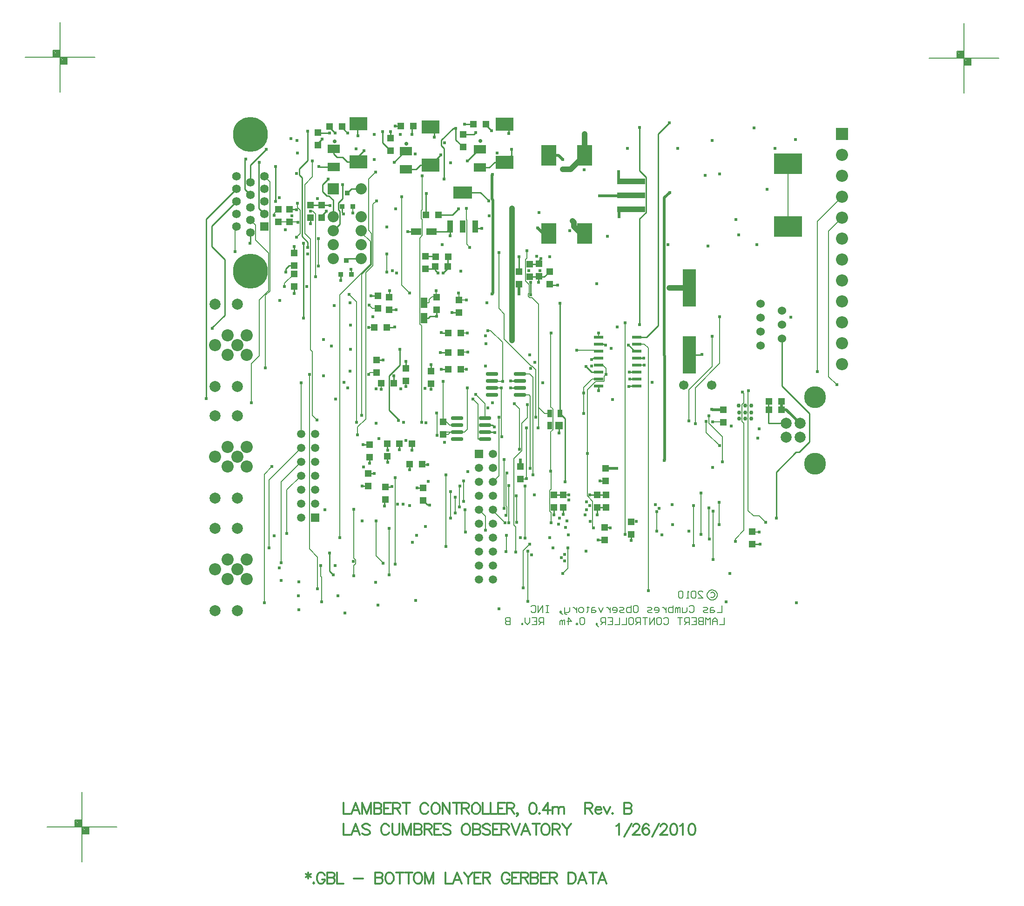
<source format=gbl>
%FSLAX23Y23*%
%MOIN*%
G70*
G01*
G75*
G04 Layer_Physical_Order=6*
G04 Layer_Color=16711680*
%ADD10R,0.070X0.135*%
%ADD11R,0.067X0.014*%
%ADD12R,0.050X0.015*%
%ADD13R,0.039X0.059*%
%ADD14R,0.050X0.050*%
%ADD15R,0.035X0.053*%
%ADD16R,0.053X0.053*%
%ADD17R,0.050X0.050*%
%ADD18O,0.087X0.024*%
%ADD19R,0.135X0.070*%
%ADD20R,0.030X0.125*%
%ADD21R,0.078X0.048*%
%ADD22R,0.067X0.040*%
%ADD23R,0.037X0.035*%
%ADD24R,0.037X0.035*%
%ADD25R,0.065X0.012*%
%ADD26R,0.065X0.024*%
%ADD27R,0.075X0.063*%
%ADD28R,0.063X0.106*%
%ADD29R,0.150X0.110*%
%ADD30O,0.028X0.018*%
%ADD31R,0.067X0.067*%
%ADD32R,0.125X0.170*%
%ADD33R,0.110X0.030*%
%ADD34O,0.083X0.012*%
%ADD35O,0.012X0.083*%
%ADD36R,0.138X0.085*%
%ADD37R,0.043X0.085*%
%ADD38R,0.043X0.085*%
%ADD39R,0.047X0.055*%
%ADD40O,0.012X0.071*%
%ADD41O,0.071X0.012*%
%ADD42R,0.075X0.059*%
%ADD43R,0.017X0.017*%
%ADD44R,0.134X0.134*%
%ADD45O,0.010X0.035*%
%ADD46O,0.035X0.010*%
%ADD47C,0.010*%
%ADD48C,0.040*%
%ADD49C,0.075*%
%ADD50C,0.005*%
%ADD51C,0.020*%
%ADD52C,0.012*%
%ADD53C,0.008*%
%ADD54C,0.012*%
%ADD55C,0.012*%
%ADD56C,0.080*%
%ADD57R,0.080X0.080*%
%ADD58C,0.067*%
%ADD59C,0.060*%
%ADD60C,0.020*%
%ADD61C,0.059*%
%ADD62R,0.059X0.059*%
%ADD63C,0.157*%
%ADD64C,0.079*%
%ADD65C,0.087*%
%ADD66R,0.087X0.087*%
%ADD67C,0.250*%
%ADD68R,0.062X0.062*%
%ADD69C,0.062*%
%ADD70C,0.030*%
%ADD71C,0.024*%
%ADD72C,0.028*%
G04:AMPARAMS|DCode=73|XSize=100mil|YSize=100mil|CornerRadius=0mil|HoleSize=0mil|Usage=FLASHONLY|Rotation=0.000|XOffset=0mil|YOffset=0mil|HoleType=Round|Shape=Relief|Width=10mil|Gap=10mil|Entries=4|*
%AMTHD73*
7,0,0,0.100,0.080,0.010,45*
%
%ADD73THD73*%
%ADD74C,0.044*%
%ADD75C,0.059*%
%ADD76C,0.050*%
%ADD77C,0.030*%
%ADD78C,0.055*%
%ADD79C,0.111*%
%ADD80C,0.056*%
%ADD81C,0.147*%
%ADD82C,0.067*%
%ADD83C,0.140*%
%ADD84C,0.055*%
%ADD85C,0.036*%
%ADD86C,0.071*%
%ADD87C,0.130*%
%ADD88C,0.103*%
G04:AMPARAMS|DCode=89|XSize=70mil|YSize=70mil|CornerRadius=0mil|HoleSize=0mil|Usage=FLASHONLY|Rotation=0.000|XOffset=0mil|YOffset=0mil|HoleType=Round|Shape=Relief|Width=10mil|Gap=10mil|Entries=4|*
%AMTHD89*
7,0,0,0.070,0.050,0.010,45*
%
%ADD89THD89*%
%ADD90C,0.033*%
G04:AMPARAMS|DCode=91|XSize=90mil|YSize=90mil|CornerRadius=0mil|HoleSize=0mil|Usage=FLASHONLY|Rotation=0.000|XOffset=0mil|YOffset=0mil|HoleType=Round|Shape=Relief|Width=10mil|Gap=10mil|Entries=4|*
%AMTHD91*
7,0,0,0.090,0.070,0.010,45*
%
%ADD91THD91*%
G04:AMPARAMS|DCode=92|XSize=95.433mil|YSize=95.433mil|CornerRadius=0mil|HoleSize=0mil|Usage=FLASHONLY|Rotation=0.000|XOffset=0mil|YOffset=0mil|HoleType=Round|Shape=Relief|Width=10mil|Gap=10mil|Entries=4|*
%AMTHD92*
7,0,0,0.095,0.075,0.010,45*
%
%ADD92THD92*%
G04:AMPARAMS|DCode=93|XSize=150.551mil|YSize=150.551mil|CornerRadius=0mil|HoleSize=0mil|Usage=FLASHONLY|Rotation=0.000|XOffset=0mil|YOffset=0mil|HoleType=Round|Shape=Relief|Width=10mil|Gap=10mil|Entries=4|*
%AMTHD93*
7,0,0,0.151,0.131,0.010,45*
%
%ADD93THD93*%
G04:AMPARAMS|DCode=94|XSize=96.221mil|YSize=96.221mil|CornerRadius=0mil|HoleSize=0mil|Usage=FLASHONLY|Rotation=0.000|XOffset=0mil|YOffset=0mil|HoleType=Round|Shape=Relief|Width=10mil|Gap=10mil|Entries=4|*
%AMTHD94*
7,0,0,0.096,0.076,0.010,45*
%
%ADD94THD94*%
G04:AMPARAMS|DCode=95|XSize=107.244mil|YSize=107.244mil|CornerRadius=0mil|HoleSize=0mil|Usage=FLASHONLY|Rotation=0.000|XOffset=0mil|YOffset=0mil|HoleType=Round|Shape=Relief|Width=10mil|Gap=10mil|Entries=4|*
%AMTHD95*
7,0,0,0.107,0.087,0.010,45*
%
%ADD95THD95*%
G04:AMPARAMS|DCode=96|XSize=180mil|YSize=180mil|CornerRadius=0mil|HoleSize=0mil|Usage=FLASHONLY|Rotation=0.000|XOffset=0mil|YOffset=0mil|HoleType=Round|Shape=Relief|Width=10mil|Gap=10mil|Entries=4|*
%AMTHD96*
7,0,0,0.180,0.160,0.010,45*
%
%ADD96THD96*%
G04:AMPARAMS|DCode=97|XSize=95mil|YSize=95mil|CornerRadius=0mil|HoleSize=0mil|Usage=FLASHONLY|Rotation=0.000|XOffset=0mil|YOffset=0mil|HoleType=Round|Shape=Relief|Width=10mil|Gap=10mil|Entries=4|*
%AMTHD97*
7,0,0,0.095,0.075,0.010,45*
%
%ADD97THD97*%
G04:AMPARAMS|DCode=98|XSize=75.748mil|YSize=75.748mil|CornerRadius=0mil|HoleSize=0mil|Usage=FLASHONLY|Rotation=0.000|XOffset=0mil|YOffset=0mil|HoleType=Round|Shape=Relief|Width=10mil|Gap=10mil|Entries=4|*
%AMTHD98*
7,0,0,0.076,0.056,0.010,45*
%
%ADD98THD98*%
G04:AMPARAMS|DCode=99|XSize=111.181mil|YSize=111.181mil|CornerRadius=0mil|HoleSize=0mil|Usage=FLASHONLY|Rotation=0.000|XOffset=0mil|YOffset=0mil|HoleType=Round|Shape=Relief|Width=10mil|Gap=10mil|Entries=4|*
%AMTHD99*
7,0,0,0.111,0.091,0.010,45*
%
%ADD99THD99*%
G04:AMPARAMS|DCode=100|XSize=73mil|YSize=73mil|CornerRadius=0mil|HoleSize=0mil|Usage=FLASHONLY|Rotation=0.000|XOffset=0mil|YOffset=0mil|HoleType=Round|Shape=Relief|Width=10mil|Gap=10mil|Entries=4|*
%AMTHD100*
7,0,0,0.073,0.053,0.010,45*
%
%ADD100THD100*%
%ADD101O,0.091X0.028*%
%ADD102R,0.048X0.078*%
%ADD103R,0.200X0.040*%
%ADD104R,0.200X0.150*%
%ADD105R,0.106X0.150*%
%ADD106R,0.086X0.060*%
%ADD107R,0.130X0.094*%
%ADD108R,0.098X0.268*%
%ADD109R,0.035X0.037*%
%ADD110R,0.035X0.037*%
D14*
X20144Y14353D02*
D03*
Y14263D02*
D03*
X20294Y14383D02*
D03*
Y14293D02*
D03*
X21245Y12830D02*
D03*
Y12740D02*
D03*
X21119Y14017D02*
D03*
Y13927D02*
D03*
X20831Y12364D02*
D03*
Y12274D02*
D03*
X20718Y12575D02*
D03*
Y12665D02*
D03*
X21102Y12355D02*
D03*
Y12265D02*
D03*
X20708Y12460D02*
D03*
Y12370D02*
D03*
X20846Y12584D02*
D03*
Y12674D02*
D03*
X20347Y14812D02*
D03*
Y14902D02*
D03*
X21158Y13192D02*
D03*
Y13102D02*
D03*
X20768Y13272D02*
D03*
Y13182D02*
D03*
X20978Y13212D02*
D03*
Y13122D02*
D03*
X21358Y13612D02*
D03*
Y13702D02*
D03*
X21198Y13632D02*
D03*
Y13722D02*
D03*
X20858Y13632D02*
D03*
Y13722D02*
D03*
X20778Y13732D02*
D03*
Y13642D02*
D03*
X20867Y14864D02*
D03*
Y14774D02*
D03*
X21388Y14889D02*
D03*
Y14799D02*
D03*
X20178Y14040D02*
D03*
Y13950D02*
D03*
X20177Y13801D02*
D03*
Y13891D02*
D03*
X22007Y13907D02*
D03*
Y13817D02*
D03*
X21930Y13872D02*
D03*
Y13962D02*
D03*
X21865Y13870D02*
D03*
Y13960D02*
D03*
X20374Y14383D02*
D03*
Y14293D02*
D03*
X20064Y14263D02*
D03*
Y14353D02*
D03*
X21789Y13907D02*
D03*
Y13817D02*
D03*
X23250Y12917D02*
D03*
Y12827D02*
D03*
X22347Y12215D02*
D03*
Y12305D02*
D03*
X22412Y12215D02*
D03*
Y12305D02*
D03*
X22592Y12024D02*
D03*
Y12114D02*
D03*
X22106Y12215D02*
D03*
Y12305D02*
D03*
X22039Y12216D02*
D03*
Y12306D02*
D03*
X23458Y12043D02*
D03*
Y11953D02*
D03*
X22407Y12495D02*
D03*
Y12405D02*
D03*
X21799Y12508D02*
D03*
Y12418D02*
D03*
X22401Y12072D02*
D03*
Y11982D02*
D03*
D15*
X22007Y12802D02*
D03*
Y12889D02*
D03*
X22082D02*
D03*
D16*
X22074Y12802D02*
D03*
D17*
X21280Y14012D02*
D03*
X21190D02*
D03*
X21279Y13943D02*
D03*
X21189D02*
D03*
X21004Y12527D02*
D03*
X21094D02*
D03*
X20931Y12674D02*
D03*
X21021D02*
D03*
X21283Y13467D02*
D03*
X21373D02*
D03*
X21283Y13327D02*
D03*
X21373D02*
D03*
X21283Y13207D02*
D03*
X21373D02*
D03*
X20893Y13107D02*
D03*
X20803D02*
D03*
X20843Y13507D02*
D03*
X20753D02*
D03*
X21211Y14312D02*
D03*
X21121D02*
D03*
X21463Y14962D02*
D03*
X21553D02*
D03*
X20430Y14947D02*
D03*
X20520D02*
D03*
X20942Y14951D02*
D03*
X21032D02*
D03*
X23669Y12977D02*
D03*
X23579D02*
D03*
X23669Y12916D02*
D03*
X23579D02*
D03*
D21*
X21051Y14192D02*
D03*
X21161D02*
D03*
D26*
X22632Y13436D02*
D03*
Y13386D02*
D03*
Y13336D02*
D03*
Y13286D02*
D03*
Y13236D02*
D03*
Y13186D02*
D03*
Y13136D02*
D03*
Y13086D02*
D03*
X22359Y13436D02*
D03*
Y13386D02*
D03*
Y13336D02*
D03*
Y13286D02*
D03*
Y13236D02*
D03*
Y13186D02*
D03*
Y13136D02*
D03*
Y13086D02*
D03*
D36*
X21386Y14474D02*
D03*
D37*
X21295Y14230D02*
D03*
X21476D02*
D03*
D38*
X21386D02*
D03*
D47*
X23868Y12685D02*
Y12890D01*
X23671Y13086D02*
X23868Y12890D01*
X23575Y12818D02*
Y12973D01*
Y12818D02*
X23702D01*
X23773Y12612D02*
X23794D01*
X23633Y12471D02*
X23773Y12612D01*
X23794D02*
X23868Y12685D01*
X23458Y11953D02*
X23514D01*
X19593Y13498D02*
Y13506D01*
X19681Y13594D01*
X19587Y14086D02*
Y14234D01*
Y14086D02*
X19681Y13992D01*
X22577Y13186D02*
X22632D01*
X20526Y14431D02*
Y14528D01*
X20495Y14400D02*
X20526Y14431D01*
X20495Y14350D02*
Y14400D01*
Y14350D02*
X20506Y14339D01*
Y14247D02*
Y14339D01*
X20457Y14198D02*
X20506Y14247D01*
X20522Y14331D02*
X20531Y14321D01*
X20522Y14331D02*
Y14372D01*
X20382Y14530D02*
X20421Y14569D01*
X20382Y14481D02*
Y14530D01*
Y14481D02*
X20413Y14449D01*
X20426D01*
X20457Y14418D01*
Y14298D02*
Y14418D01*
X20513Y13845D02*
X20513Y13844D01*
X20513Y13845D02*
Y13886D01*
X20564Y13998D02*
X20657D01*
X20550Y13985D02*
X20564Y13998D01*
X20587Y14498D02*
X20657D01*
X20559Y14471D02*
X20587Y14498D01*
X20294Y14248D02*
Y14293D01*
X20144Y14353D02*
X20189D01*
X20215Y14600D02*
X20234Y14581D01*
Y14158D02*
Y14581D01*
Y14158D02*
X20275Y14117D01*
X20374Y14305D02*
X20407Y14338D01*
X20374Y14293D02*
Y14305D01*
Y14383D02*
X20429D01*
X20294D02*
X20374D01*
X20429D02*
X20434Y14378D01*
X20215Y14600D02*
Y14617D01*
X20214Y14618D02*
X20215Y14617D01*
X20214Y14618D02*
Y14643D01*
X20275Y14080D02*
Y14117D01*
Y14704D02*
Y14912D01*
X20214Y14643D02*
X20275Y14704D01*
X21611Y12755D02*
X21614Y12753D01*
X21545Y12755D02*
X21611D01*
X21599Y12805D02*
X21611Y12793D01*
X21545Y12805D02*
X21599D01*
X21728Y13073D02*
X21728Y13072D01*
X21794D01*
X21727Y13123D02*
X21728Y13122D01*
X21794D01*
X21872Y13739D02*
Y13828D01*
X21185Y14017D02*
X21190Y14012D01*
X21119Y14017D02*
X21185D01*
X21119Y13927D02*
X21173D01*
X21189Y13943D01*
Y13916D02*
Y13943D01*
Y13916D02*
X21208Y13897D01*
X21279Y13943D02*
Y14011D01*
Y13929D02*
Y13943D01*
Y14011D02*
X21280Y14012D01*
X21245Y13895D02*
X21279Y13929D01*
X20431Y11760D02*
X20458Y11733D01*
X20431Y11760D02*
Y11888D01*
X23633Y12139D02*
Y12471D01*
X23671Y13086D02*
Y13426D01*
X22082Y13680D02*
X22082Y13680D01*
X22082Y12889D02*
Y13680D01*
Y12889D02*
X22117Y12853D01*
Y12399D02*
Y12853D01*
X20930Y12628D02*
X20931Y12629D01*
Y12674D01*
X20672Y12665D02*
X20718D01*
X20846Y12540D02*
X20848Y12538D01*
X20846Y12540D02*
Y12584D01*
X20718Y12534D02*
X20719Y12533D01*
X20718Y12534D02*
Y12575D01*
X20708Y12460D02*
X20751D01*
X20665Y12370D02*
X20708D01*
X20878Y12364D02*
X20879Y12365D01*
X20831Y12364D02*
X20878D01*
X20825Y12226D02*
Y12268D01*
X21058Y12355D02*
X21102D01*
Y12265D02*
X21132Y12235D01*
X21146D01*
X21149Y12232D01*
X21004Y12485D02*
Y12527D01*
X21097Y12524D02*
X21136D01*
X20859Y12912D02*
Y13158D01*
X20924Y12839D02*
Y12847D01*
X20859Y12912D02*
X20924Y12847D01*
X20859Y13158D02*
X20936Y13235D01*
Y13349D01*
X22625Y12114D02*
X22627Y12116D01*
X22592Y11979D02*
Y12024D01*
X22441Y12072D02*
X22442Y12071D01*
X22401Y12072D02*
X22441D01*
X22356Y11984D02*
X22399D01*
X22369Y12405D02*
X22407D01*
X22347Y12215D02*
X22412D01*
X22347Y12165D02*
X22348Y12164D01*
X22347Y12165D02*
Y12215D01*
Y12305D02*
X22412D01*
X22296D02*
X22347D01*
X22040D02*
X22106D01*
X22039Y12164D02*
Y12216D01*
X22106Y12165D02*
Y12215D01*
X20437Y14934D02*
X20473Y14898D01*
X20437Y14934D02*
Y14947D01*
X20350Y14899D02*
X20431D01*
X20347Y14812D02*
Y14826D01*
X20377Y14856D01*
X20355Y14659D02*
X20358Y14656D01*
X20461D01*
Y14749D02*
X20484Y14726D01*
X20524D02*
X20558Y14692D01*
X20461Y14749D02*
Y14786D01*
X20484Y14726D02*
X20524D01*
X20558Y14692D02*
X20633D01*
Y14727D02*
X20678Y14772D01*
X20633Y14692D02*
Y14727D01*
X22309Y13275D02*
X22320Y13286D01*
X22359D01*
X22580Y13135D02*
X22581Y13136D01*
X22632D01*
X22268Y13227D02*
X22309Y13186D01*
X22359D01*
Y13054D02*
X22359Y13053D01*
X22359Y13054D02*
Y13086D01*
X20897Y13507D02*
X20898Y13508D01*
X20843Y13507D02*
X20897D01*
X20908Y13632D02*
X20909Y13633D01*
X20858Y13632D02*
X20908D01*
X20727Y13732D02*
X20778D01*
X21152Y13587D02*
X21198D01*
X21137Y13572D02*
X21152Y13587D01*
X21108Y13572D02*
X21137D01*
X21198Y13587D02*
X21199Y13586D01*
X21198Y13587D02*
Y13632D01*
X21307Y13613D02*
X21308Y13612D01*
X21358D01*
X21231Y13469D02*
X21233Y13467D01*
X21283D01*
X21226Y13326D02*
X21227Y13327D01*
X21283D01*
X21232Y13207D02*
X21283D01*
X21157Y13240D02*
X21158Y13239D01*
Y13192D02*
Y13239D01*
X20978Y13212D02*
Y13263D01*
X20891Y13160D02*
X20893Y13158D01*
Y13107D02*
Y13158D01*
X20768Y13272D02*
X20814D01*
X21311Y14312D02*
X21356Y14357D01*
X21211Y14312D02*
X21311D01*
X21201Y14322D02*
X21211Y14312D01*
X21295Y14163D02*
X21296Y14162D01*
X21295Y14163D02*
Y14230D01*
X20991Y14192D02*
X21051D01*
X21386Y14474D02*
X21513D01*
X21571Y14412D02*
Y14417D01*
X21513Y14474D02*
X21571Y14417D01*
X21386Y14474D02*
X21401D01*
X21161Y14192D02*
X21271D01*
X21295Y14217D01*
Y14230D01*
X21489Y14217D02*
X21521D01*
X21023Y14891D02*
Y14950D01*
X20900Y14951D02*
X20950D01*
X20900Y14950D02*
Y14951D01*
X20867Y14864D02*
Y14908D01*
X21154Y14933D02*
Y14942D01*
Y14933D02*
X21180Y14907D01*
Y14869D02*
Y14907D01*
X20894Y14690D02*
X20972Y14768D01*
X20633Y14880D02*
Y14966D01*
Y14880D02*
X20635Y14878D01*
X20512Y14947D02*
X20560Y14899D01*
X20811Y14830D02*
X20867Y14774D01*
X20811Y14830D02*
Y14909D01*
X21081Y14669D02*
X21154D01*
X21051Y14638D02*
X21081Y14669D01*
X20978Y14638D02*
X21051D01*
X21154Y14669D02*
Y14671D01*
X21227Y14744D01*
X21685Y14964D02*
X21716Y14933D01*
Y14896D02*
Y14933D01*
X21685Y14691D02*
X21735Y14741D01*
Y14783D01*
X21614Y14691D02*
X21685D01*
X21576Y14652D02*
X21614Y14691D01*
X21508Y14652D02*
X21576D01*
X21501Y14782D02*
X21508D01*
X21419Y14700D02*
X21501Y14782D01*
X21336Y14851D02*
Y14933D01*
Y14851D02*
X21388Y14799D01*
X21546Y14962D02*
X21591Y14916D01*
X21546Y14962D02*
Y14962D01*
X21398D02*
X21471D01*
X21397Y14963D02*
X21398Y14962D01*
X20177Y13750D02*
Y13801D01*
Y13750D02*
X20179Y13748D01*
X20142Y13950D02*
X20178D01*
X20119Y13927D02*
X20142Y13950D01*
X20119Y13903D02*
Y13927D01*
X23008Y13311D02*
X23097D01*
X23099Y13313D01*
X22632Y13286D02*
X22682D01*
X22577Y13086D02*
X22632D01*
X22574Y13083D02*
X22577Y13086D01*
X22359Y13386D02*
X22401D01*
X22409Y13378D01*
X22074Y12749D02*
Y12802D01*
X21865Y13870D02*
X21928D01*
Y13829D02*
Y13870D01*
Y13829D02*
X21929Y13828D01*
X21969Y13869D02*
X22007Y13907D01*
X21928Y13870D02*
X21930Y13869D01*
X21969D01*
X22573Y13380D02*
X22617Y13336D01*
X22632D01*
X22653Y13527D02*
Y14285D01*
X22699Y14331D01*
Y14583D01*
X22653Y14629D02*
X22699Y14583D01*
X22653Y14629D02*
Y14938D01*
X22632Y13436D02*
X22703D01*
X22785Y13518D01*
Y14893D01*
X22866Y14974D01*
X21121Y14312D02*
Y14351D01*
X20044Y14411D02*
Y14659D01*
X20042Y14409D02*
X20044Y14411D01*
X19924Y14687D02*
X19927Y14690D01*
X19924Y14361D02*
Y14687D01*
Y14361D02*
X19964Y14321D01*
X21317Y14933D02*
X21336D01*
X21233Y14810D02*
X21252Y14791D01*
X21233Y14849D02*
X21317Y14933D01*
X21233Y14810D02*
Y14849D01*
X21252Y14571D02*
Y14791D01*
X19824Y14708D02*
X19830Y14714D01*
X19824Y14496D02*
Y14708D01*
Y14496D02*
X19864Y14456D01*
Y14546D02*
Y14670D01*
X19977Y14783D01*
X19978D01*
X19547Y14284D02*
X19764Y14501D01*
X19547Y12995D02*
Y14284D01*
X19587Y14234D02*
X19764Y14411D01*
X19681Y13594D02*
Y13992D01*
X19864Y14113D02*
Y14186D01*
X19861Y14110D02*
X19864Y14113D01*
X20245Y13573D02*
Y14110D01*
X20244Y13572D02*
X20245Y13573D01*
X20178Y14040D02*
Y14085D01*
X22013Y13811D02*
X22066D01*
X22007Y13817D02*
X22013Y13811D01*
X21865Y13960D02*
X21928D01*
X21930Y13962D01*
Y13985D01*
X21944Y13999D01*
X21789Y13907D02*
Y14013D01*
X21388Y14889D02*
X21465D01*
X21479Y14903D01*
X21021Y12626D02*
Y12674D01*
X20846Y12628D02*
Y12674D01*
Y12628D02*
X20847Y12627D01*
X21121Y14351D02*
Y14462D01*
X21124Y14465D01*
D48*
X22158Y14641D02*
X22258Y14741D01*
X22100Y14641D02*
X22158D01*
X22170Y14271D02*
X22180Y14261D01*
Y14231D02*
Y14261D01*
X21738Y14304D02*
Y14361D01*
Y13414D02*
Y14304D01*
X22258Y14741D02*
Y14893D01*
X22180Y14231D02*
X22230Y14181D01*
X22867Y13791D02*
X23008D01*
X22866Y13790D02*
X22867Y13791D01*
D50*
X23208Y11588D02*
X23207Y11598D01*
X23203Y11607D01*
X23197Y11615D01*
X23189Y11621D01*
X23179Y11624D01*
X23170Y11625D01*
X23160Y11623D01*
X23151Y11618D01*
X23144Y11611D01*
X23139Y11603D01*
X23136Y11593D01*
Y11584D01*
X23139Y11574D01*
X23144Y11566D01*
X23151Y11559D01*
X23160Y11554D01*
X23170Y11552D01*
X23179Y11553D01*
X23189Y11556D01*
X23197Y11562D01*
X23203Y11570D01*
X23207Y11579D01*
X23208Y11588D01*
X23162Y11572D02*
X23172Y11569D01*
X23182Y11572D01*
X23189Y11580D01*
X23191Y11590D01*
X23188Y11599D01*
X23180Y11606D01*
X23170Y11608D01*
X23160Y11603D01*
X23924Y14265D02*
X24102Y14443D01*
X23924Y13188D02*
Y14265D01*
X24006Y13154D02*
X24065Y13095D01*
X24006Y13154D02*
Y14197D01*
X24102Y14293D01*
X23338Y11991D02*
X23399Y12052D01*
Y12820D01*
X23338Y11973D02*
Y11991D01*
X23509Y12155D02*
X23554Y12109D01*
X23469Y12155D02*
X23509D01*
X23429Y12194D02*
X23469Y12155D01*
X23429Y12194D02*
Y13054D01*
X20005Y13767D02*
Y14551D01*
X19973Y13736D02*
X20005Y13767D01*
X19973Y13215D02*
Y13736D01*
X19996Y13771D02*
Y14040D01*
X19929Y13704D02*
X19996Y13771D01*
X19929Y13302D02*
Y13704D01*
X19872Y13245D02*
X19929Y13302D01*
X20840Y14033D02*
X20841Y14034D01*
X20840Y13902D02*
Y14033D01*
X20597Y14372D02*
X20597Y14372D01*
Y14326D02*
Y14372D01*
X20588Y13886D02*
Y13922D01*
X20586Y13923D02*
X20588Y13922D01*
X20332Y13870D02*
Y14318D01*
X20311Y14339D02*
X20332Y14318D01*
X20295Y14339D02*
X20311D01*
X20196Y14152D02*
X20223Y14179D01*
Y14346D01*
X20202Y14367D02*
X20223Y14346D01*
X20202Y14367D02*
Y14397D01*
X20351Y13947D02*
Y14143D01*
X20034Y14308D02*
Y14323D01*
X20064Y14353D01*
X20199Y14263D02*
X20204Y14258D01*
X20144Y14263D02*
X20199D01*
X20254Y14531D02*
X20309Y14586D01*
X20254Y14178D02*
Y14531D01*
Y14178D02*
X20294Y14138D01*
X20064Y14263D02*
X20144D01*
X20294Y13347D02*
Y14138D01*
X20309Y14586D02*
Y14700D01*
Y12876D02*
Y13332D01*
X20294Y13347D02*
X20309Y13332D01*
X20228Y13110D02*
X20229Y13111D01*
X20228Y12744D02*
Y13110D01*
X21764Y11895D02*
Y12077D01*
Y11895D02*
X21765Y11896D01*
X21751Y12090D02*
Y12566D01*
X21809Y12624D01*
X21751Y12090D02*
X21764Y12077D01*
X21809Y12624D02*
Y12821D01*
X21847Y12860D01*
Y12954D01*
X21927Y12783D02*
Y12932D01*
X21755Y12958D02*
X21790Y12923D01*
Y12632D02*
Y12923D01*
X21663Y12725D02*
X21665Y12723D01*
X21663Y12725D02*
Y13073D01*
X21566Y13484D02*
X21585D01*
X21670Y13398D01*
Y13120D02*
Y13398D01*
X21594Y13122D02*
X21596Y13120D01*
X21670D01*
X21244D02*
X21245Y13119D01*
Y12830D02*
Y13119D01*
Y12830D02*
X21267D01*
X21292Y12805D01*
X21345D01*
Y12755D02*
X21398D01*
X21297D02*
X21345D01*
X21260D02*
X21297D01*
X21282Y12740D02*
X21297Y12755D01*
X21594Y13072D02*
X21594Y13073D01*
X21663D01*
X21418Y12775D02*
Y13073D01*
X21398Y12755D02*
X21418Y12775D01*
X21245Y12740D02*
X21260Y12755D01*
X21245Y12740D02*
X21282D01*
X21457Y12994D02*
X21494Y12956D01*
Y12865D02*
Y12956D01*
X21494Y12864D02*
X21494Y12865D01*
X21494Y12747D02*
Y12864D01*
Y12747D02*
X21494Y12747D01*
Y12705D02*
Y12747D01*
Y12705D02*
X21545D01*
X21478Y13025D02*
X21545Y12958D01*
Y12855D02*
Y12958D01*
X21869Y12498D02*
Y13014D01*
X21868Y12497D02*
X21869Y12498D01*
X21860Y13022D02*
X21869Y13014D01*
X21794Y13022D02*
X21860D01*
X21887Y12449D02*
X21889Y12448D01*
X21887Y12449D02*
Y13151D01*
X21841Y12785D02*
X21841Y12785D01*
Y12532D02*
Y12785D01*
X21644Y12862D02*
X21645Y12863D01*
X21644Y12442D02*
Y12862D01*
X21866Y13172D02*
X21887Y13151D01*
X21794Y13172D02*
X21866D01*
X21908Y12863D02*
Y13203D01*
X21880Y13231D02*
X21908Y13203D01*
X21683Y13424D02*
X21876Y13231D01*
X21880D01*
X21927Y12932D02*
X21970Y12889D01*
X22007D01*
X21880Y13720D02*
X21927Y13673D01*
Y12932D02*
Y13673D01*
X21834Y13841D02*
X21861Y13814D01*
X21834Y13841D02*
Y13992D01*
X21861Y13753D02*
Y13814D01*
X21854Y13746D02*
X21861Y13753D01*
X21854Y13731D02*
Y13746D01*
Y13731D02*
X21864Y13720D01*
X21880D01*
X21841Y12423D02*
Y12532D01*
X21683Y13424D02*
Y13604D01*
X21644Y13643D02*
Y14043D01*
Y13643D02*
X21683Y13604D01*
X20374Y11538D02*
X20375Y11539D01*
Y11717D01*
X20369Y11723D02*
X20375Y11717D01*
X20369Y11723D02*
Y11800D01*
X20287Y11919D02*
X20346Y11860D01*
Y11633D02*
Y11860D01*
X20287Y11919D02*
Y13168D01*
X19964Y11533D02*
Y11633D01*
X23226Y13249D02*
Y13583D01*
X23051Y13074D02*
X23226Y13249D01*
X23051Y12815D02*
Y13074D01*
X20084Y12400D02*
X20228Y12544D01*
X20084Y11819D02*
Y12400D01*
X19997Y12413D02*
X20228Y12644D01*
X19997Y11926D02*
Y12413D01*
X21266Y11936D02*
Y12449D01*
X20126Y12342D02*
X20228Y12444D01*
X20126Y12030D02*
Y12342D01*
X22103Y11743D02*
X22139Y11779D01*
Y11925D01*
X23389Y13042D02*
X23399Y13032D01*
Y12967D02*
Y13032D01*
X21697Y11900D02*
Y12016D01*
X22387Y13236D02*
X22410Y13213D01*
X22359Y13236D02*
X22387D01*
X22410Y13169D02*
Y13213D01*
X22398Y13157D02*
X22410Y13169D01*
X22337Y13118D02*
X22394D01*
X22278Y13059D02*
X22337Y13118D01*
X22398Y13122D02*
Y13157D01*
X22394Y13118D02*
X22398Y13122D01*
X22278Y12298D02*
X22316Y12260D01*
Y12074D02*
Y12260D01*
Y12074D02*
X22320Y12069D01*
X21403Y12041D02*
X21404Y12040D01*
X21403Y12041D02*
Y12199D01*
X21502Y12200D02*
X21548Y12154D01*
Y12052D02*
Y12154D01*
X21715Y12107D02*
Y12374D01*
X21681Y12558D02*
X21682Y12557D01*
Y12209D02*
Y12557D01*
X21330Y12288D02*
X21331Y12289D01*
X21330Y12175D02*
Y12288D01*
X21363Y12368D02*
X21364Y12369D01*
X21363Y12219D02*
Y12368D01*
X21392Y12259D02*
Y12407D01*
X23039Y11943D02*
Y12229D01*
X23220Y12092D02*
Y12254D01*
X23148Y11993D02*
X23150Y11991D01*
X23148Y11993D02*
Y12212D01*
X22547Y12022D02*
Y13540D01*
X23178Y11844D02*
X23179Y11845D01*
Y12188D01*
X23093Y12022D02*
Y12319D01*
X21837Y12418D02*
X21841Y12422D01*
X22106Y12305D02*
X22145D01*
X21108Y13682D02*
X21141D01*
X21146Y13687D01*
Y13706D01*
X20803Y13063D02*
Y13107D01*
X20721Y13182D02*
X20768D01*
X20710Y13171D02*
X20721Y13182D01*
X20713Y13507D02*
X20753D01*
X20738Y13642D02*
X20778D01*
X20714Y13666D02*
X20738Y13642D01*
X20860Y13724D02*
Y13771D01*
X21146Y13706D02*
X21166Y13726D01*
X21194D01*
Y13769D01*
X21354Y13754D02*
X21358Y13750D01*
Y13702D02*
Y13750D01*
Y13702D02*
X21411D01*
X21373Y13467D02*
X21419D01*
X21375Y13329D02*
X21422D01*
X21373Y13207D02*
X21413D01*
X21158Y13062D02*
Y13102D01*
X20978Y13082D02*
Y13122D01*
X21696Y12160D02*
X21701Y12165D01*
Y12222D01*
X21696Y12226D02*
X21701Y12222D01*
X21696Y12226D02*
Y12458D01*
X21702Y12464D01*
X21298Y12139D02*
Y12331D01*
X21770Y12108D02*
Y12300D01*
X21769Y12301D02*
X21770Y12300D01*
X21602Y12192D02*
X21687Y12107D01*
X21602Y12192D02*
Y12200D01*
X22017Y12107D02*
Y12179D01*
X22008Y12189D02*
X22017Y12179D01*
X22008Y12189D02*
Y12338D01*
X22017Y12347D01*
Y12475D01*
X22016Y12476D02*
X22017Y12475D01*
X21833Y11996D02*
Y12368D01*
X21832Y12369D02*
X21833Y12368D01*
X21819Y11906D02*
X21865Y11952D01*
X21819Y11640D02*
Y11906D01*
X21852Y11542D02*
Y11903D01*
X20900Y11810D02*
Y12427D01*
X20902Y12429D01*
X20859Y11734D02*
Y12065D01*
X21799Y12418D02*
X21837D01*
X21841Y12423D02*
X21841Y12422D01*
X21834Y13992D02*
X21844Y14003D01*
Y14057D01*
X21844Y14057D02*
X21844Y14057D01*
X22016Y12476D02*
Y12758D01*
X22031Y12773D01*
Y12922D01*
X22016Y12937D02*
X22031Y12922D01*
X22016Y12937D02*
Y13465D01*
X22017Y13466D01*
X22359Y13437D02*
Y13466D01*
X22359Y13436D02*
X22359Y13437D01*
X22278Y12298D02*
Y12603D01*
Y13059D01*
X23458Y12043D02*
X23463Y12038D01*
X23509D01*
X23174Y12828D02*
X23249D01*
X23149Y12818D02*
Y12873D01*
Y12818D02*
X23244Y12723D01*
Y12543D02*
Y12723D01*
X23129Y12753D02*
Y12833D01*
Y12753D02*
X23224Y12658D01*
X22714Y11618D02*
Y13358D01*
X22686Y13386D02*
X22714Y13358D01*
X22632Y13386D02*
X22686D01*
X19964Y12453D02*
X20019Y12508D01*
X19964Y11633D02*
Y12453D01*
X20109Y13798D02*
Y13823D01*
X20177Y13891D01*
X19754Y14048D02*
Y14221D01*
X19764Y14231D01*
X20949Y13808D02*
X21004Y13753D01*
X20949Y13808D02*
Y14443D01*
X20506Y12000D02*
Y13738D01*
X20504D02*
X20506D01*
X20504D02*
X20724Y13958D01*
Y14122D01*
X20663Y14183D02*
X20724Y14122D01*
X21602Y12400D02*
X21644Y12442D01*
X21200Y12733D02*
Y12892D01*
X21199Y12893D02*
X21200Y12892D01*
X23005Y12835D02*
Y13060D01*
X23170Y13225D01*
Y13444D01*
X21078Y13531D02*
X21090Y13518D01*
X21078Y13531D02*
Y14147D01*
X21096Y14166D01*
X21089Y14285D02*
X21096Y14278D01*
X21089Y14285D02*
Y14344D01*
X21096Y14351D01*
Y14592D01*
X21095Y14592D02*
X21096Y14592D01*
X21090Y12826D02*
Y13518D01*
X21096Y14166D02*
Y14278D01*
X20663Y12877D02*
Y13885D01*
X20733Y13955D01*
Y14179D01*
X20710Y14203D02*
X20733Y14179D01*
X20710Y14203D02*
Y14568D01*
X20763Y14621D01*
X20632Y12737D02*
Y12792D01*
X20691Y12851D01*
Y13900D01*
X20742Y13951D01*
Y14388D01*
X20767Y14413D01*
X20625Y12825D02*
Y13689D01*
X20572Y13742D02*
X20625Y13689D01*
X22252Y13077D02*
X22311Y13136D01*
X22359D01*
X22252Y12890D02*
Y13036D01*
Y13077D01*
X20309Y12876D02*
X20343Y12842D01*
X20605Y11853D02*
Y12204D01*
Y11853D02*
X20619Y11839D01*
Y11813D02*
Y11839D01*
X20605Y11799D02*
X20619Y11813D01*
X20605Y11726D02*
Y11799D01*
X20765Y11870D02*
Y12118D01*
Y11870D02*
X20816Y11819D01*
Y11817D02*
Y11819D01*
X19872Y12966D02*
Y13245D01*
X19902Y14134D02*
X19996Y14040D01*
X19902Y14134D02*
Y14238D01*
X19864Y14276D02*
X19902Y14238D01*
X22632Y13236D02*
X22685D01*
X19964Y14591D02*
X20005Y14551D01*
X22200Y13342D02*
X22353D01*
X22359Y13336D01*
X21414Y14102D02*
X21436Y14079D01*
X21414Y14102D02*
Y14278D01*
X21411Y14281D02*
X21414Y14278D01*
X21411Y14281D02*
Y14360D01*
X22775Y12047D02*
Y12185D01*
Y12047D02*
X22776Y12046D01*
X23715Y14229D02*
Y14679D01*
X23386Y12954D02*
X23399Y12967D01*
X23386Y12833D02*
Y12954D01*
Y12833D02*
X23399Y12820D01*
X23429Y13054D02*
X23430Y13054D01*
X23072Y11566D02*
X23105D01*
X23072Y11600D01*
Y11608D01*
X23080Y11616D01*
X23097D01*
X23105Y11608D01*
X23055D02*
X23047Y11616D01*
X23030D01*
X23022Y11608D01*
Y11575D01*
X23030Y11566D01*
X23047D01*
X23055Y11575D01*
Y11608D01*
X23005Y11566D02*
X22988D01*
X22997D01*
Y11616D01*
X23005Y11608D01*
X22963D02*
X22955Y11616D01*
X22938D01*
X22930Y11608D01*
Y11575D01*
X22938Y11566D01*
X22955D01*
X22963Y11575D01*
Y11608D01*
X23241Y11514D02*
Y11464D01*
X23208D01*
X23183Y11498D02*
X23166D01*
X23158Y11489D01*
Y11464D01*
X23183D01*
X23191Y11473D01*
X23183Y11481D01*
X23158D01*
X23141Y11464D02*
X23116D01*
X23108Y11473D01*
X23116Y11481D01*
X23133D01*
X23141Y11489D01*
X23133Y11498D01*
X23108D01*
X23008Y11506D02*
X23016Y11514D01*
X23033D01*
X23041Y11506D01*
Y11473D01*
X23033Y11464D01*
X23016D01*
X23008Y11473D01*
X22991Y11498D02*
Y11473D01*
X22983Y11464D01*
X22958D01*
Y11498D01*
X22941Y11464D02*
Y11498D01*
X22933D01*
X22925Y11489D01*
Y11464D01*
Y11489D01*
X22916Y11498D01*
X22908Y11489D01*
Y11464D01*
X22891Y11514D02*
Y11464D01*
X22866D01*
X22858Y11473D01*
Y11481D01*
Y11489D01*
X22866Y11498D01*
X22891D01*
X22841D02*
Y11464D01*
Y11481D01*
X22833Y11489D01*
X22825Y11498D01*
X22816D01*
X22766Y11464D02*
X22783D01*
X22791Y11473D01*
Y11489D01*
X22783Y11498D01*
X22766D01*
X22758Y11489D01*
Y11481D01*
X22791D01*
X22741Y11464D02*
X22716D01*
X22708Y11473D01*
X22716Y11481D01*
X22733D01*
X22741Y11489D01*
X22733Y11498D01*
X22708D01*
X22616Y11514D02*
X22633D01*
X22641Y11506D01*
Y11473D01*
X22633Y11464D01*
X22616D01*
X22608Y11473D01*
Y11506D01*
X22616Y11514D01*
X22591D02*
Y11464D01*
X22566D01*
X22558Y11473D01*
Y11481D01*
Y11489D01*
X22566Y11498D01*
X22591D01*
X22541Y11464D02*
X22516D01*
X22508Y11473D01*
X22516Y11481D01*
X22533D01*
X22541Y11489D01*
X22533Y11498D01*
X22508D01*
X22466Y11464D02*
X22483D01*
X22491Y11473D01*
Y11489D01*
X22483Y11498D01*
X22466D01*
X22458Y11489D01*
Y11481D01*
X22491D01*
X22441Y11498D02*
Y11464D01*
Y11481D01*
X22433Y11489D01*
X22425Y11498D01*
X22416D01*
X22391D02*
X22375Y11464D01*
X22358Y11498D01*
X22333D02*
X22316D01*
X22308Y11489D01*
Y11464D01*
X22333D01*
X22341Y11473D01*
X22333Y11481D01*
X22308D01*
X22283Y11506D02*
Y11498D01*
X22291D01*
X22275D01*
X22283D01*
Y11473D01*
X22275Y11464D01*
X22241D02*
X22225D01*
X22216Y11473D01*
Y11489D01*
X22225Y11498D01*
X22241D01*
X22250Y11489D01*
Y11473D01*
X22241Y11464D01*
X22200Y11498D02*
Y11464D01*
Y11481D01*
X22191Y11489D01*
X22183Y11498D01*
X22175D01*
X22150D02*
Y11473D01*
X22141Y11464D01*
X22116D01*
Y11456D01*
X22125Y11448D01*
X22133D01*
X22116Y11464D02*
Y11498D01*
X22091Y11456D02*
X22083Y11464D01*
Y11473D01*
X22091D01*
Y11464D01*
X22083D01*
X22091Y11456D01*
X22100Y11448D01*
X22000Y11514D02*
X21983D01*
X21992D01*
Y11464D01*
X22000D01*
X21983D01*
X21958D02*
Y11514D01*
X21925Y11464D01*
Y11514D01*
X21875Y11506D02*
X21883Y11514D01*
X21900D01*
X21908Y11506D01*
Y11473D01*
X21900Y11464D01*
X21883D01*
X21875Y11473D01*
X23257Y11426D02*
Y11376D01*
X23224D01*
X23207D02*
Y11410D01*
X23190Y11426D01*
X23174Y11410D01*
Y11376D01*
Y11401D01*
X23207D01*
X23157Y11376D02*
Y11426D01*
X23140Y11410D01*
X23124Y11426D01*
Y11376D01*
X23107Y11426D02*
Y11376D01*
X23082D01*
X23074Y11385D01*
Y11393D01*
X23082Y11401D01*
X23107D01*
X23082D01*
X23074Y11410D01*
Y11418D01*
X23082Y11426D01*
X23107D01*
X23024D02*
X23057D01*
Y11376D01*
X23024D01*
X23057Y11401D02*
X23041D01*
X23007Y11376D02*
Y11426D01*
X22982D01*
X22974Y11418D01*
Y11401D01*
X22982Y11393D01*
X23007D01*
X22991D02*
X22974Y11376D01*
X22957Y11426D02*
X22924D01*
X22941D01*
Y11376D01*
X22824Y11418D02*
X22832Y11426D01*
X22849D01*
X22857Y11418D01*
Y11385D01*
X22849Y11376D01*
X22832D01*
X22824Y11385D01*
X22782Y11426D02*
X22799D01*
X22807Y11418D01*
Y11385D01*
X22799Y11376D01*
X22782D01*
X22774Y11385D01*
Y11418D01*
X22782Y11426D01*
X22757Y11376D02*
Y11426D01*
X22724Y11376D01*
Y11426D01*
X22707D02*
X22674D01*
X22691D01*
Y11376D01*
X22657D02*
Y11426D01*
X22632D01*
X22624Y11418D01*
Y11401D01*
X22632Y11393D01*
X22657D01*
X22641D02*
X22624Y11376D01*
X22582Y11426D02*
X22599D01*
X22607Y11418D01*
Y11385D01*
X22599Y11376D01*
X22582D01*
X22574Y11385D01*
Y11418D01*
X22582Y11426D01*
X22557D02*
Y11376D01*
X22524D01*
X22507Y11426D02*
Y11376D01*
X22474D01*
X22424Y11426D02*
X22457D01*
Y11376D01*
X22424D01*
X22457Y11401D02*
X22441D01*
X22407Y11376D02*
Y11426D01*
X22382D01*
X22374Y11418D01*
Y11401D01*
X22382Y11393D01*
X22407D01*
X22391D02*
X22374Y11376D01*
X22349Y11368D02*
X22341Y11376D01*
Y11385D01*
X22349D01*
Y11376D01*
X22341D01*
X22349Y11368D01*
X22357Y11360D01*
X22232Y11426D02*
X22249D01*
X22257Y11418D01*
Y11385D01*
X22249Y11376D01*
X22232D01*
X22224Y11385D01*
Y11418D01*
X22232Y11426D01*
X22207Y11376D02*
Y11385D01*
X22199D01*
Y11376D01*
X22207D01*
X22141D02*
Y11426D01*
X22166Y11401D01*
X22132D01*
X22116Y11376D02*
Y11410D01*
X22107D01*
X22099Y11401D01*
Y11376D01*
Y11401D01*
X22091Y11410D01*
X22082Y11401D01*
Y11376D01*
X21966D02*
Y11426D01*
X21941D01*
X21933Y11418D01*
Y11401D01*
X21941Y11393D01*
X21966D01*
X21949D02*
X21933Y11376D01*
X21883Y11426D02*
X21916D01*
Y11376D01*
X21883D01*
X21916Y11401D02*
X21899D01*
X21866Y11426D02*
Y11393D01*
X21849Y11376D01*
X21833Y11393D01*
Y11426D01*
X21816Y11376D02*
Y11385D01*
X21808D01*
Y11376D01*
X21816D01*
X21724Y11426D02*
Y11376D01*
X21699D01*
X21691Y11385D01*
Y11393D01*
X21699Y11401D01*
X21724D01*
X21699D01*
X21691Y11410D01*
Y11418D01*
X21699Y11426D01*
X21724D01*
D51*
X23702Y12916D02*
X23801Y12818D01*
X23669Y12916D02*
X23702D01*
X22505Y14301D02*
Y14351D01*
X22365Y14450D02*
X22366Y14451D01*
X22505D01*
X22502Y14555D02*
X22505Y14551D01*
X22502Y14555D02*
Y14624D01*
X22258Y14893D02*
X22260Y14895D01*
X22238Y14721D02*
X22258Y14741D01*
X22230Y14181D02*
X22258D01*
X21920Y14221D02*
X21960Y14181D01*
X22002D01*
X22070Y14741D02*
X22100Y14711D01*
X22002Y14741D02*
X22070D01*
X23669Y12916D02*
Y12977D01*
X23170Y12917D02*
X23250D01*
X23169Y12918D02*
X23170Y12917D01*
X22829Y14436D02*
X22867Y14474D01*
X22829Y13306D02*
X22832Y13303D01*
Y12558D02*
Y13303D01*
X22828Y12554D02*
X22832Y12558D01*
X22407Y12495D02*
X22488D01*
X21799Y12508D02*
Y12555D01*
X21789Y13747D02*
Y13817D01*
Y13747D02*
X21789Y13746D01*
X21595D02*
X21601Y13752D01*
X21595Y14426D02*
Y14600D01*
X21601Y13752D02*
Y14420D01*
X21595Y14426D02*
X21601Y14420D01*
X21595Y14600D02*
X21597Y14602D01*
X22829Y13306D02*
Y13746D01*
Y14436D01*
D52*
X20279Y9600D02*
Y9555D01*
X20260Y9589D02*
X20298Y9566D01*
Y9589D02*
X20260Y9566D01*
X20318Y9528D02*
X20315Y9524D01*
X20318Y9520D01*
X20322Y9524D01*
X20318Y9528D01*
X20397Y9581D02*
X20393Y9589D01*
X20385Y9597D01*
X20378Y9600D01*
X20363D01*
X20355Y9597D01*
X20347Y9589D01*
X20344Y9581D01*
X20340Y9570D01*
Y9551D01*
X20344Y9540D01*
X20347Y9532D01*
X20355Y9524D01*
X20363Y9520D01*
X20378D01*
X20385Y9524D01*
X20393Y9532D01*
X20397Y9540D01*
Y9551D01*
X20378D02*
X20397D01*
X20415Y9600D02*
Y9520D01*
Y9600D02*
X20449D01*
X20461Y9597D01*
X20465Y9593D01*
X20468Y9585D01*
Y9578D01*
X20465Y9570D01*
X20461Y9566D01*
X20449Y9562D01*
X20415D02*
X20449D01*
X20461Y9559D01*
X20465Y9555D01*
X20468Y9547D01*
Y9536D01*
X20465Y9528D01*
X20461Y9524D01*
X20449Y9520D01*
X20415D01*
X20486Y9600D02*
Y9520D01*
X20532D01*
X20604Y9555D02*
X20672D01*
X20759Y9600D02*
Y9520D01*
Y9600D02*
X20793D01*
X20804Y9597D01*
X20808Y9593D01*
X20812Y9585D01*
Y9578D01*
X20808Y9570D01*
X20804Y9566D01*
X20793Y9562D01*
X20759D02*
X20793D01*
X20804Y9559D01*
X20808Y9555D01*
X20812Y9547D01*
Y9536D01*
X20808Y9528D01*
X20804Y9524D01*
X20793Y9520D01*
X20759D01*
X20853Y9600D02*
X20845Y9597D01*
X20838Y9589D01*
X20834Y9581D01*
X20830Y9570D01*
Y9551D01*
X20834Y9540D01*
X20838Y9532D01*
X20845Y9524D01*
X20853Y9520D01*
X20868D01*
X20876Y9524D01*
X20883Y9532D01*
X20887Y9540D01*
X20891Y9551D01*
Y9570D01*
X20887Y9581D01*
X20883Y9589D01*
X20876Y9597D01*
X20868Y9600D01*
X20853D01*
X20936D02*
Y9520D01*
X20909Y9600D02*
X20963D01*
X20999D02*
Y9520D01*
X20972Y9600D02*
X21026D01*
X21058D02*
X21050Y9597D01*
X21043Y9589D01*
X21039Y9581D01*
X21035Y9570D01*
Y9551D01*
X21039Y9540D01*
X21043Y9532D01*
X21050Y9524D01*
X21058Y9520D01*
X21073D01*
X21081Y9524D01*
X21088Y9532D01*
X21092Y9540D01*
X21096Y9551D01*
Y9570D01*
X21092Y9581D01*
X21088Y9589D01*
X21081Y9597D01*
X21073Y9600D01*
X21058D01*
X21115D02*
Y9520D01*
Y9600D02*
X21145Y9520D01*
X21176Y9600D02*
X21145Y9520D01*
X21176Y9600D02*
Y9520D01*
X21261Y9600D02*
Y9520D01*
X21307D01*
X21377D02*
X21346Y9600D01*
X21316Y9520D01*
X21327Y9547D02*
X21365D01*
X21395Y9600D02*
X21426Y9562D01*
Y9520D01*
X21456Y9600D02*
X21426Y9562D01*
X21516Y9600D02*
X21467D01*
Y9520D01*
X21516D01*
X21467Y9562D02*
X21497D01*
X21530Y9600D02*
Y9520D01*
Y9600D02*
X21564D01*
X21575Y9597D01*
X21579Y9593D01*
X21583Y9585D01*
Y9578D01*
X21579Y9570D01*
X21575Y9566D01*
X21564Y9562D01*
X21530D01*
X21556D02*
X21583Y9520D01*
X21721Y9581D02*
X21717Y9589D01*
X21709Y9597D01*
X21702Y9600D01*
X21686D01*
X21679Y9597D01*
X21671Y9589D01*
X21667Y9581D01*
X21664Y9570D01*
Y9551D01*
X21667Y9540D01*
X21671Y9532D01*
X21679Y9524D01*
X21686Y9520D01*
X21702D01*
X21709Y9524D01*
X21717Y9532D01*
X21721Y9540D01*
Y9551D01*
X21702D02*
X21721D01*
X21789Y9600D02*
X21739D01*
Y9520D01*
X21789D01*
X21739Y9562D02*
X21769D01*
X21802Y9600D02*
Y9520D01*
Y9600D02*
X21836D01*
X21848Y9597D01*
X21851Y9593D01*
X21855Y9585D01*
Y9578D01*
X21851Y9570D01*
X21848Y9566D01*
X21836Y9562D01*
X21802D01*
X21829D02*
X21855Y9520D01*
X21873Y9600D02*
Y9520D01*
Y9600D02*
X21907D01*
X21919Y9597D01*
X21923Y9593D01*
X21926Y9585D01*
Y9578D01*
X21923Y9570D01*
X21919Y9566D01*
X21907Y9562D01*
X21873D02*
X21907D01*
X21919Y9559D01*
X21923Y9555D01*
X21926Y9547D01*
Y9536D01*
X21923Y9528D01*
X21919Y9524D01*
X21907Y9520D01*
X21873D01*
X21994Y9600D02*
X21944D01*
Y9520D01*
X21994D01*
X21944Y9562D02*
X21975D01*
X22007Y9600D02*
Y9520D01*
Y9600D02*
X22041D01*
X22053Y9597D01*
X22057Y9593D01*
X22060Y9585D01*
Y9578D01*
X22057Y9570D01*
X22053Y9566D01*
X22041Y9562D01*
X22007D01*
X22034D02*
X22060Y9520D01*
X22141Y9600D02*
Y9520D01*
Y9600D02*
X22168D01*
X22179Y9597D01*
X22187Y9589D01*
X22191Y9581D01*
X22195Y9570D01*
Y9551D01*
X22191Y9540D01*
X22187Y9532D01*
X22179Y9524D01*
X22168Y9520D01*
X22141D01*
X22273D02*
X22243Y9600D01*
X22212Y9520D01*
X22224Y9547D02*
X22262D01*
X22319Y9600D02*
Y9520D01*
X22292Y9600D02*
X22345D01*
X22416Y9520D02*
X22385Y9600D01*
X22355Y9520D01*
X22366Y9547D02*
X22404D01*
D53*
X24726Y15436D02*
X25226D01*
X24976Y15186D02*
Y15686D01*
X24926Y15486D02*
X24926Y15436D01*
X24926Y15486D02*
X24976Y15486D01*
X25026Y15436D02*
X25026Y15386D01*
X24976Y15386D02*
X25026Y15386D01*
X24981Y15431D02*
X25021D01*
Y15391D02*
Y15431D01*
X24981Y15391D02*
X25021D01*
X24981D02*
Y15431D01*
X24986Y15426D02*
X25016D01*
Y15396D02*
Y15426D01*
X24986Y15396D02*
X25016D01*
X24986D02*
Y15421D01*
X24991D02*
X25011D01*
X25011Y15401D01*
X24991Y15401D02*
X25011Y15401D01*
X24991Y15401D02*
Y15416D01*
X24996Y15416D02*
X25006Y15416D01*
Y15406D02*
Y15416D01*
X24996Y15406D02*
X25006D01*
X24996D02*
X24996Y15416D01*
Y15411D02*
X25006D01*
X24931Y15481D02*
X24971D01*
Y15441D02*
Y15481D01*
X24931Y15441D02*
X24971D01*
X24931D02*
Y15481D01*
X24936Y15476D02*
X24966D01*
Y15446D02*
Y15476D01*
X24936Y15446D02*
X24966D01*
X24936D02*
Y15471D01*
X24941D02*
X24961Y15471D01*
Y15451D02*
Y15471D01*
X24941Y15451D02*
X24961D01*
X24941D02*
Y15466D01*
X24946D02*
X24956D01*
X24956Y15456D02*
X24956Y15466D01*
X24946Y15456D02*
X24956Y15456D01*
X24946Y15456D02*
Y15466D01*
Y15461D02*
X24956D01*
X18250Y15444D02*
X18750D01*
X18500Y15194D02*
Y15694D01*
X18450Y15494D02*
X18450Y15444D01*
X18450Y15494D02*
X18500Y15494D01*
X18550Y15444D02*
X18550Y15394D01*
X18500Y15394D02*
X18550Y15394D01*
X18505Y15439D02*
X18545D01*
Y15399D02*
Y15439D01*
X18505Y15399D02*
X18545D01*
X18505D02*
Y15439D01*
X18510Y15434D02*
X18540D01*
Y15404D02*
Y15434D01*
X18510Y15404D02*
X18540D01*
X18510D02*
Y15429D01*
X18515D02*
X18535D01*
X18535Y15409D01*
X18515Y15409D02*
X18535Y15409D01*
X18515Y15409D02*
Y15424D01*
X18520Y15424D02*
X18530Y15424D01*
Y15414D02*
Y15424D01*
X18520Y15414D02*
X18530D01*
X18520D02*
X18520Y15424D01*
Y15419D02*
X18530D01*
X18455Y15489D02*
X18495D01*
Y15449D02*
Y15489D01*
X18455Y15449D02*
X18495D01*
X18455D02*
Y15489D01*
X18460Y15484D02*
X18490D01*
Y15454D02*
Y15484D01*
X18460Y15454D02*
X18490D01*
X18460D02*
Y15479D01*
X18465D02*
X18485Y15479D01*
Y15459D02*
Y15479D01*
X18465Y15459D02*
X18485D01*
X18465D02*
Y15474D01*
X18470D02*
X18480D01*
X18480Y15464D02*
X18480Y15474D01*
X18470Y15464D02*
X18480Y15464D01*
X18470Y15464D02*
Y15474D01*
Y15469D02*
X18480D01*
X18407Y9927D02*
X18907D01*
X18657Y9677D02*
Y10177D01*
X18607Y9977D02*
X18607Y9927D01*
X18607Y9977D02*
X18657Y9977D01*
X18707Y9927D02*
X18707Y9877D01*
X18657Y9877D02*
X18707Y9877D01*
X18662Y9922D02*
X18702D01*
Y9882D02*
Y9922D01*
X18662Y9882D02*
X18702D01*
X18662D02*
Y9922D01*
X18667Y9917D02*
X18697D01*
Y9887D02*
Y9917D01*
X18667Y9887D02*
X18697D01*
X18667D02*
Y9912D01*
X18672D02*
X18692D01*
X18692Y9892D01*
X18672Y9892D02*
X18692Y9892D01*
X18672Y9892D02*
Y9907D01*
X18677Y9907D02*
X18687Y9907D01*
Y9897D02*
Y9907D01*
X18677Y9897D02*
X18687D01*
X18677D02*
X18677Y9907D01*
Y9902D02*
X18687D01*
X18612Y9972D02*
X18652D01*
Y9932D02*
Y9972D01*
X18612Y9932D02*
X18652D01*
X18612D02*
Y9972D01*
X18617Y9967D02*
X18647D01*
Y9937D02*
Y9967D01*
X18617Y9937D02*
X18647D01*
X18617D02*
Y9962D01*
X18622D02*
X18642Y9962D01*
Y9942D02*
Y9962D01*
X18622Y9942D02*
X18642D01*
X18622D02*
Y9957D01*
X18627D02*
X18637D01*
X18637Y9947D02*
X18637Y9957D01*
X18627Y9947D02*
X18637Y9947D01*
X18627Y9947D02*
Y9957D01*
Y9952D02*
X18637D01*
D54*
X20532Y9948D02*
Y9868D01*
X20578D01*
X20648D02*
X20617Y9948D01*
X20587Y9868D01*
X20598Y9895D02*
X20636D01*
X20720Y9937D02*
X20712Y9944D01*
X20700Y9948D01*
X20685D01*
X20674Y9944D01*
X20666Y9937D01*
Y9929D01*
X20670Y9921D01*
X20674Y9918D01*
X20681Y9914D01*
X20704Y9906D01*
X20712Y9902D01*
X20716Y9899D01*
X20720Y9891D01*
Y9879D01*
X20712Y9872D01*
X20700Y9868D01*
X20685D01*
X20674Y9872D01*
X20666Y9879D01*
X20857Y9929D02*
X20854Y9937D01*
X20846Y9944D01*
X20838Y9948D01*
X20823D01*
X20816Y9944D01*
X20808Y9937D01*
X20804Y9929D01*
X20800Y9918D01*
Y9899D01*
X20804Y9887D01*
X20808Y9879D01*
X20816Y9872D01*
X20823Y9868D01*
X20838D01*
X20846Y9872D01*
X20854Y9879D01*
X20857Y9887D01*
X20880Y9948D02*
Y9891D01*
X20884Y9879D01*
X20891Y9872D01*
X20903Y9868D01*
X20910D01*
X20922Y9872D01*
X20929Y9879D01*
X20933Y9891D01*
Y9948D01*
X20955D02*
Y9868D01*
Y9948D02*
X20986Y9868D01*
X21016Y9948D02*
X20986Y9868D01*
X21016Y9948D02*
Y9868D01*
X21039Y9948D02*
Y9868D01*
Y9948D02*
X21073D01*
X21085Y9944D01*
X21089Y9940D01*
X21092Y9933D01*
Y9925D01*
X21089Y9918D01*
X21085Y9914D01*
X21073Y9910D01*
X21039D02*
X21073D01*
X21085Y9906D01*
X21089Y9902D01*
X21092Y9895D01*
Y9883D01*
X21089Y9876D01*
X21085Y9872D01*
X21073Y9868D01*
X21039D01*
X21110Y9948D02*
Y9868D01*
Y9948D02*
X21145D01*
X21156Y9944D01*
X21160Y9940D01*
X21164Y9933D01*
Y9925D01*
X21160Y9918D01*
X21156Y9914D01*
X21145Y9910D01*
X21110D01*
X21137D02*
X21164Y9868D01*
X21231Y9948D02*
X21182D01*
Y9868D01*
X21231D01*
X21182Y9910D02*
X21212D01*
X21298Y9937D02*
X21290Y9944D01*
X21279Y9948D01*
X21263D01*
X21252Y9944D01*
X21244Y9937D01*
Y9929D01*
X21248Y9921D01*
X21252Y9918D01*
X21260Y9914D01*
X21282Y9906D01*
X21290Y9902D01*
X21294Y9899D01*
X21298Y9891D01*
Y9879D01*
X21290Y9872D01*
X21279Y9868D01*
X21263D01*
X21252Y9872D01*
X21244Y9879D01*
X21401Y9948D02*
X21394Y9944D01*
X21386Y9937D01*
X21382Y9929D01*
X21378Y9918D01*
Y9899D01*
X21382Y9887D01*
X21386Y9879D01*
X21394Y9872D01*
X21401Y9868D01*
X21417D01*
X21424Y9872D01*
X21432Y9879D01*
X21436Y9887D01*
X21439Y9899D01*
Y9918D01*
X21436Y9929D01*
X21432Y9937D01*
X21424Y9944D01*
X21417Y9948D01*
X21401D01*
X21458D02*
Y9868D01*
Y9948D02*
X21492D01*
X21504Y9944D01*
X21508Y9940D01*
X21511Y9933D01*
Y9925D01*
X21508Y9918D01*
X21504Y9914D01*
X21492Y9910D01*
X21458D02*
X21492D01*
X21504Y9906D01*
X21508Y9902D01*
X21511Y9895D01*
Y9883D01*
X21508Y9876D01*
X21504Y9872D01*
X21492Y9868D01*
X21458D01*
X21583Y9937D02*
X21575Y9944D01*
X21564Y9948D01*
X21548D01*
X21537Y9944D01*
X21529Y9937D01*
Y9929D01*
X21533Y9921D01*
X21537Y9918D01*
X21544Y9914D01*
X21567Y9906D01*
X21575Y9902D01*
X21579Y9899D01*
X21583Y9891D01*
Y9879D01*
X21575Y9872D01*
X21564Y9868D01*
X21548D01*
X21537Y9872D01*
X21529Y9879D01*
X21650Y9948D02*
X21600D01*
Y9868D01*
X21650D01*
X21600Y9910D02*
X21631D01*
X21663Y9948D02*
Y9868D01*
Y9948D02*
X21698D01*
X21709Y9944D01*
X21713Y9940D01*
X21717Y9933D01*
Y9925D01*
X21713Y9918D01*
X21709Y9914D01*
X21698Y9910D01*
X21663D01*
X21690D02*
X21717Y9868D01*
X21735Y9948D02*
X21765Y9868D01*
X21795Y9948D02*
X21765Y9868D01*
X21867D02*
X21836Y9948D01*
X21806Y9868D01*
X21817Y9895D02*
X21855D01*
X21912Y9948D02*
Y9868D01*
X21885Y9948D02*
X21939D01*
X21971D02*
X21963Y9944D01*
X21956Y9937D01*
X21952Y9929D01*
X21948Y9918D01*
Y9899D01*
X21952Y9887D01*
X21956Y9879D01*
X21963Y9872D01*
X21971Y9868D01*
X21986D01*
X21994Y9872D01*
X22002Y9879D01*
X22005Y9887D01*
X22009Y9899D01*
Y9918D01*
X22005Y9929D01*
X22002Y9937D01*
X21994Y9944D01*
X21986Y9948D01*
X21971D01*
X22028D02*
Y9868D01*
Y9948D02*
X22062D01*
X22074Y9944D01*
X22077Y9940D01*
X22081Y9933D01*
Y9925D01*
X22077Y9918D01*
X22074Y9914D01*
X22062Y9910D01*
X22028D01*
X22054D02*
X22081Y9868D01*
X22099Y9948D02*
X22130Y9910D01*
Y9868D01*
X22160Y9948D02*
X22130Y9910D01*
X22484Y9933D02*
X22492Y9937D01*
X22504Y9948D01*
Y9868D01*
X22543Y9857D02*
X22596Y9948D01*
X22606Y9929D02*
Y9933D01*
X22609Y9940D01*
X22613Y9944D01*
X22621Y9948D01*
X22636D01*
X22644Y9944D01*
X22647Y9940D01*
X22651Y9933D01*
Y9925D01*
X22647Y9918D01*
X22640Y9906D01*
X22602Y9868D01*
X22655D01*
X22719Y9937D02*
X22715Y9944D01*
X22703Y9948D01*
X22696D01*
X22684Y9944D01*
X22677Y9933D01*
X22673Y9914D01*
Y9895D01*
X22677Y9879D01*
X22684Y9872D01*
X22696Y9868D01*
X22700D01*
X22711Y9872D01*
X22719Y9879D01*
X22723Y9891D01*
Y9895D01*
X22719Y9906D01*
X22711Y9914D01*
X22700Y9918D01*
X22696D01*
X22684Y9914D01*
X22677Y9906D01*
X22673Y9895D01*
X22740Y9857D02*
X22793Y9948D01*
X22803Y9929D02*
Y9933D01*
X22806Y9940D01*
X22810Y9944D01*
X22818Y9948D01*
X22833D01*
X22841Y9944D01*
X22844Y9940D01*
X22848Y9933D01*
Y9925D01*
X22844Y9918D01*
X22837Y9906D01*
X22799Y9868D01*
X22852D01*
X22893Y9948D02*
X22881Y9944D01*
X22874Y9933D01*
X22870Y9914D01*
Y9902D01*
X22874Y9883D01*
X22881Y9872D01*
X22893Y9868D01*
X22900D01*
X22912Y9872D01*
X22919Y9883D01*
X22923Y9902D01*
Y9914D01*
X22919Y9933D01*
X22912Y9944D01*
X22900Y9948D01*
X22893D01*
X22941Y9933D02*
X22949Y9937D01*
X22960Y9948D01*
Y9868D01*
X23023Y9948D02*
X23011Y9944D01*
X23004Y9933D01*
X23000Y9914D01*
Y9902D01*
X23004Y9883D01*
X23011Y9872D01*
X23023Y9868D01*
X23030D01*
X23042Y9872D01*
X23049Y9883D01*
X23053Y9902D01*
Y9914D01*
X23049Y9933D01*
X23042Y9944D01*
X23030Y9948D01*
X23023D01*
D55*
X20532Y10098D02*
Y10018D01*
X20578D01*
X20648D02*
X20617Y10098D01*
X20587Y10018D01*
X20598Y10045D02*
X20636D01*
X20666Y10098D02*
Y10018D01*
Y10098D02*
X20697Y10018D01*
X20727Y10098D02*
X20697Y10018D01*
X20727Y10098D02*
Y10018D01*
X20750Y10098D02*
Y10018D01*
Y10098D02*
X20784D01*
X20796Y10094D01*
X20800Y10090D01*
X20803Y10083D01*
Y10075D01*
X20800Y10068D01*
X20796Y10064D01*
X20784Y10060D01*
X20750D02*
X20784D01*
X20796Y10056D01*
X20800Y10052D01*
X20803Y10045D01*
Y10033D01*
X20800Y10026D01*
X20796Y10022D01*
X20784Y10018D01*
X20750D01*
X20871Y10098D02*
X20821D01*
Y10018D01*
X20871D01*
X20821Y10060D02*
X20852D01*
X20884Y10098D02*
Y10018D01*
Y10098D02*
X20918D01*
X20930Y10094D01*
X20934Y10090D01*
X20937Y10083D01*
Y10075D01*
X20934Y10068D01*
X20930Y10064D01*
X20918Y10060D01*
X20884D01*
X20911D02*
X20937Y10018D01*
X20982Y10098D02*
Y10018D01*
X20955Y10098D02*
X21009D01*
X21138Y10079D02*
X21134Y10087D01*
X21127Y10094D01*
X21119Y10098D01*
X21104D01*
X21096Y10094D01*
X21089Y10087D01*
X21085Y10079D01*
X21081Y10068D01*
Y10049D01*
X21085Y10037D01*
X21089Y10029D01*
X21096Y10022D01*
X21104Y10018D01*
X21119D01*
X21127Y10022D01*
X21134Y10029D01*
X21138Y10037D01*
X21183Y10098D02*
X21176Y10094D01*
X21168Y10087D01*
X21164Y10079D01*
X21161Y10068D01*
Y10049D01*
X21164Y10037D01*
X21168Y10029D01*
X21176Y10022D01*
X21183Y10018D01*
X21199D01*
X21206Y10022D01*
X21214Y10029D01*
X21218Y10037D01*
X21222Y10049D01*
Y10068D01*
X21218Y10079D01*
X21214Y10087D01*
X21206Y10094D01*
X21199Y10098D01*
X21183D01*
X21240D02*
Y10018D01*
Y10098D02*
X21293Y10018D01*
Y10098D02*
Y10018D01*
X21342Y10098D02*
Y10018D01*
X21316Y10098D02*
X21369D01*
X21378D02*
Y10018D01*
Y10098D02*
X21413D01*
X21424Y10094D01*
X21428Y10090D01*
X21432Y10083D01*
Y10075D01*
X21428Y10068D01*
X21424Y10064D01*
X21413Y10060D01*
X21378D01*
X21405D02*
X21432Y10018D01*
X21473Y10098D02*
X21465Y10094D01*
X21457Y10087D01*
X21453Y10079D01*
X21450Y10068D01*
Y10049D01*
X21453Y10037D01*
X21457Y10029D01*
X21465Y10022D01*
X21473Y10018D01*
X21488D01*
X21495Y10022D01*
X21503Y10029D01*
X21507Y10037D01*
X21511Y10049D01*
Y10068D01*
X21507Y10079D01*
X21503Y10087D01*
X21495Y10094D01*
X21488Y10098D01*
X21473D01*
X21529D02*
Y10018D01*
X21575D01*
X21584Y10098D02*
Y10018D01*
X21629D01*
X21688Y10098D02*
X21638D01*
Y10018D01*
X21688D01*
X21638Y10060D02*
X21669D01*
X21701Y10098D02*
Y10018D01*
Y10098D02*
X21735D01*
X21747Y10094D01*
X21751Y10090D01*
X21754Y10083D01*
Y10075D01*
X21751Y10068D01*
X21747Y10064D01*
X21735Y10060D01*
X21701D01*
X21728D02*
X21754Y10018D01*
X21780Y10022D02*
X21776Y10018D01*
X21772Y10022D01*
X21776Y10026D01*
X21780Y10022D01*
Y10014D01*
X21776Y10007D01*
X21772Y10003D01*
X21883Y10098D02*
X21872Y10094D01*
X21864Y10083D01*
X21860Y10064D01*
Y10052D01*
X21864Y10033D01*
X21872Y10022D01*
X21883Y10018D01*
X21891D01*
X21902Y10022D01*
X21910Y10033D01*
X21914Y10052D01*
Y10064D01*
X21910Y10083D01*
X21902Y10094D01*
X21891Y10098D01*
X21883D01*
X21935Y10026D02*
X21931Y10022D01*
X21935Y10018D01*
X21939Y10022D01*
X21935Y10026D01*
X21995Y10098D02*
X21957Y10045D01*
X22014D01*
X21995Y10098D02*
Y10018D01*
X22028Y10071D02*
Y10018D01*
Y10056D02*
X22039Y10068D01*
X22047Y10071D01*
X22058D01*
X22066Y10068D01*
X22070Y10056D01*
Y10018D01*
Y10056D02*
X22081Y10068D01*
X22089Y10071D01*
X22100D01*
X22108Y10068D01*
X22112Y10056D01*
Y10018D01*
X22262Y10098D02*
Y10018D01*
Y10098D02*
X22297D01*
X22308Y10094D01*
X22312Y10090D01*
X22316Y10083D01*
Y10075D01*
X22312Y10068D01*
X22308Y10064D01*
X22297Y10060D01*
X22262D01*
X22289D02*
X22316Y10018D01*
X22334Y10049D02*
X22379D01*
Y10056D01*
X22376Y10064D01*
X22372Y10068D01*
X22364Y10071D01*
X22353D01*
X22345Y10068D01*
X22337Y10060D01*
X22334Y10049D01*
Y10041D01*
X22337Y10029D01*
X22345Y10022D01*
X22353Y10018D01*
X22364D01*
X22372Y10022D01*
X22379Y10029D01*
X22396Y10071D02*
X22419Y10018D01*
X22442Y10071D02*
X22419Y10018D01*
X22459Y10026D02*
X22455Y10022D01*
X22459Y10018D01*
X22463Y10022D01*
X22459Y10026D01*
X22543Y10098D02*
Y10018D01*
Y10098D02*
X22577D01*
X22589Y10094D01*
X22593Y10090D01*
X22596Y10083D01*
Y10075D01*
X22593Y10068D01*
X22589Y10064D01*
X22577Y10060D01*
X22543D02*
X22577D01*
X22589Y10056D01*
X22593Y10052D01*
X22596Y10045D01*
Y10033D01*
X22593Y10026D01*
X22589Y10022D01*
X22577Y10018D01*
X22543D01*
D56*
X20657Y14498D02*
D03*
Y14298D02*
D03*
Y13998D02*
D03*
X20457Y14198D02*
D03*
Y14298D02*
D03*
Y14098D02*
D03*
Y13998D02*
D03*
X20657Y14098D02*
D03*
Y14198D02*
D03*
D57*
X20457Y14498D02*
D03*
D58*
X22969Y13093D02*
D03*
X23169D02*
D03*
D59*
X23518Y13676D02*
D03*
X23671Y13626D02*
D03*
X23518Y13576D02*
D03*
X23671Y13526D02*
D03*
X23518Y13476D02*
D03*
X23671Y13426D02*
D03*
X23518Y13376D02*
D03*
D60*
X21425Y14490D02*
D03*
X21386D02*
D03*
X21346D02*
D03*
Y14451D02*
D03*
X21386D02*
D03*
X21425D02*
D03*
D61*
X21602Y11700D02*
D03*
X21502D02*
D03*
X21602Y11800D02*
D03*
X21502D02*
D03*
X21602Y11900D02*
D03*
X21502D02*
D03*
X21602Y12000D02*
D03*
X21502D02*
D03*
X21602Y12100D02*
D03*
X21502D02*
D03*
X21602Y12200D02*
D03*
X21502D02*
D03*
X21602Y12300D02*
D03*
X21502D02*
D03*
X21602Y12400D02*
D03*
X21502D02*
D03*
X21602Y12500D02*
D03*
X21502D02*
D03*
X21602Y12600D02*
D03*
X20228Y12144D02*
D03*
X20328Y12244D02*
D03*
X20228D02*
D03*
X20328Y12344D02*
D03*
X20228D02*
D03*
X20328Y12444D02*
D03*
X20228D02*
D03*
X20328Y12544D02*
D03*
X20228D02*
D03*
X20328Y12644D02*
D03*
X20228D02*
D03*
X20328Y12744D02*
D03*
X20228D02*
D03*
D62*
X21502Y12600D02*
D03*
X20328Y12144D02*
D03*
D63*
X23907Y13005D02*
D03*
Y12531D02*
D03*
D64*
X23801Y12818D02*
D03*
Y12719D02*
D03*
X23702D02*
D03*
Y12818D02*
D03*
X19612Y13674D02*
D03*
Y13083D02*
D03*
X19770D02*
D03*
Y13674D02*
D03*
X19612Y12283D02*
D03*
Y12874D02*
D03*
X19770D02*
D03*
Y12283D02*
D03*
X19612Y12067D02*
D03*
Y11477D02*
D03*
X19770D02*
D03*
Y12067D02*
D03*
D65*
X24102Y13243D02*
D03*
Y13393D02*
D03*
Y13543D02*
D03*
Y13693D02*
D03*
Y13843D02*
D03*
Y13993D02*
D03*
Y14143D02*
D03*
Y14293D02*
D03*
Y14443D02*
D03*
Y14593D02*
D03*
Y14743D02*
D03*
X19612Y13378D02*
D03*
X19770D02*
D03*
X19839Y13448D02*
D03*
X19700D02*
D03*
Y13309D02*
D03*
X19839D02*
D03*
X19612Y12578D02*
D03*
X19770D02*
D03*
X19839Y12509D02*
D03*
X19700D02*
D03*
Y12648D02*
D03*
X19839D02*
D03*
X19612Y11772D02*
D03*
X19770D02*
D03*
X19839Y11842D02*
D03*
X19700D02*
D03*
Y11703D02*
D03*
X19839D02*
D03*
D66*
X24102Y14893D02*
D03*
D67*
X19864Y13908D02*
D03*
Y14888D02*
D03*
D68*
X19964Y14231D02*
D03*
D69*
X19764D02*
D03*
X19864Y14186D02*
D03*
X19764Y14321D02*
D03*
X19864Y14276D02*
D03*
X19964Y14321D02*
D03*
X19764Y14411D02*
D03*
X19864Y14366D02*
D03*
X19964Y14411D02*
D03*
X19764Y14501D02*
D03*
X19864Y14456D02*
D03*
X19964Y14501D02*
D03*
X19764Y14591D02*
D03*
X19864Y14546D02*
D03*
X19964Y14591D02*
D03*
D70*
X23363Y12945D02*
D03*
X23407D02*
D03*
X23450D02*
D03*
X23407Y12897D02*
D03*
X23364D02*
D03*
X23450D02*
D03*
Y12854D02*
D03*
X23407D02*
D03*
X23364D02*
D03*
D71*
X23514Y11953D02*
D03*
X23554Y12109D02*
D03*
X20044Y14411D02*
D03*
X20912Y13897D02*
D03*
X22577Y13186D02*
D03*
X20526Y14528D02*
D03*
X20841Y14034D02*
D03*
X20840Y13902D02*
D03*
X20597Y14326D02*
D03*
X20162Y14306D02*
D03*
X20586Y13923D02*
D03*
X20332Y13870D02*
D03*
X20295Y14339D02*
D03*
X20351Y14143D02*
D03*
X20196Y14152D02*
D03*
X20202Y14397D02*
D03*
X20351Y13947D02*
D03*
X20531Y14321D02*
D03*
X20513Y13844D02*
D03*
X20114Y14206D02*
D03*
X20073Y14437D02*
D03*
X20344Y14430D02*
D03*
X20294Y14248D02*
D03*
X20194Y14348D02*
D03*
X20034Y14308D02*
D03*
X20204Y14258D02*
D03*
X20407Y14338D02*
D03*
X20434Y14378D02*
D03*
X20154Y14858D02*
D03*
X20275Y14034D02*
D03*
X21958Y13111D02*
D03*
X20229D02*
D03*
X22032Y11925D02*
D03*
X21765Y11896D02*
D03*
X21847Y12954D02*
D03*
X21925Y12785D02*
D03*
X21755Y12958D02*
D03*
X21790Y12632D02*
D03*
X21665Y12723D02*
D03*
X21566Y13484D02*
D03*
X21614Y12753D02*
D03*
X21611Y12793D02*
D03*
X21728Y13073D02*
D03*
X21727Y13123D02*
D03*
X21670Y13120D02*
D03*
X21244D02*
D03*
X21663Y13073D02*
D03*
X21418D02*
D03*
X20535Y13112D02*
D03*
X21457Y12994D02*
D03*
X20563Y13073D02*
D03*
X21478Y13025D02*
D03*
X21868Y12497D02*
D03*
X21889Y12448D02*
D03*
X21841Y12785D02*
D03*
X21908Y12863D02*
D03*
X21645D02*
D03*
X21872Y13828D02*
D03*
X21208Y13897D02*
D03*
X21245Y13895D02*
D03*
X20458Y11733D02*
D03*
X20431Y11888D02*
D03*
X20086Y11693D02*
D03*
X20472Y11800D02*
D03*
X20369D02*
D03*
X20346Y11633D02*
D03*
X20287Y13168D02*
D03*
X20209Y11582D02*
D03*
X19964Y11533D02*
D03*
X20491Y11583D02*
D03*
X20542Y11458D02*
D03*
X20210Y11483D02*
D03*
X21738Y14304D02*
D03*
Y14361D02*
D03*
Y13414D02*
D03*
X22685Y13236D02*
D03*
X19593Y13498D02*
D03*
X20084Y11819D02*
D03*
X22115Y11833D02*
D03*
X19997Y11926D02*
D03*
X22092Y11855D02*
D03*
X21266Y12449D02*
D03*
Y11936D02*
D03*
X20126Y12030D02*
D03*
X21879Y11877D02*
D03*
X22114Y11879D02*
D03*
X22268Y11904D02*
D03*
X22103Y11743D02*
D03*
X22139Y11925D02*
D03*
X23389Y13042D02*
D03*
X23338Y11973D02*
D03*
X20506Y12000D02*
D03*
X21696Y11899D02*
D03*
X21697Y12016D02*
D03*
X22143Y12021D02*
D03*
X22410Y13169D02*
D03*
X22320Y12069D02*
D03*
X21054Y12017D02*
D03*
X22121Y12074D02*
D03*
X22297Y12115D02*
D03*
X23633Y12139D02*
D03*
X22073Y12097D02*
D03*
X21404Y12040D02*
D03*
X21403Y12199D02*
D03*
X21548Y12052D02*
D03*
X22133Y12121D02*
D03*
X21715Y12374D02*
D03*
Y12107D02*
D03*
X22263Y12164D02*
D03*
X21681Y12558D02*
D03*
X21682Y12209D02*
D03*
X21119Y12080D02*
D03*
X22078Y12140D02*
D03*
X21331Y12289D02*
D03*
X21330Y12175D02*
D03*
X21364Y12369D02*
D03*
X21363Y12219D02*
D03*
X22273Y12257D02*
D03*
X21392Y12407D02*
D03*
Y12259D02*
D03*
X22146Y12270D02*
D03*
X22082Y13680D02*
D03*
X22117Y12399D02*
D03*
X23039Y11943D02*
D03*
Y12229D02*
D03*
X23220Y12092D02*
D03*
Y12254D02*
D03*
X22764Y12235D02*
D03*
X23150Y11991D02*
D03*
X23148Y12212D02*
D03*
X22793Y12211D02*
D03*
X23006Y12047D02*
D03*
X22775Y12185D02*
D03*
X22547Y13540D02*
D03*
Y12022D02*
D03*
X23178Y11844D02*
D03*
X23179Y12188D02*
D03*
X22884Y12235D02*
D03*
X22888Y12093D02*
D03*
X23093Y12319D02*
D03*
Y12022D02*
D03*
X21841Y12422D02*
D03*
X20977Y12696D02*
D03*
X20930Y12628D02*
D03*
X20672Y12665D02*
D03*
X20848Y12538D02*
D03*
X20719Y12533D02*
D03*
X20675Y12506D02*
D03*
X20751Y12460D02*
D03*
X20665Y12370D02*
D03*
X20879Y12365D02*
D03*
X20825Y12226D02*
D03*
X21058Y12355D02*
D03*
X21149Y12232D02*
D03*
X21004Y12485D02*
D03*
X21136Y12524D02*
D03*
X20924Y12839D02*
D03*
X20936Y13349D02*
D03*
X21872Y13212D02*
D03*
X21864Y13311D02*
D03*
X22627Y12116D02*
D03*
X22592Y11979D02*
D03*
X22442Y12071D02*
D03*
X22356Y11984D02*
D03*
X22369Y12405D02*
D03*
X22348Y12164D02*
D03*
X22296Y12305D02*
D03*
X22039Y12164D02*
D03*
X22106Y12165D02*
D03*
X22145Y12305D02*
D03*
X21237Y14099D02*
D03*
X20199Y14845D02*
D03*
X20201Y14756D02*
D03*
X20753Y14889D02*
D03*
Y14711D02*
D03*
X21254Y14831D02*
D03*
X21299Y14686D02*
D03*
X20473Y14898D02*
D03*
X20431Y14899D02*
D03*
X20377Y14856D02*
D03*
X20623Y14787D02*
D03*
X20355Y14659D02*
D03*
X20678Y14772D02*
D03*
X22448Y13357D02*
D03*
X22309Y13275D02*
D03*
X22580Y13135D02*
D03*
X22268Y13227D02*
D03*
X22359Y13053D02*
D03*
X22457Y12989D02*
D03*
X20578Y13193D02*
D03*
X20581Y13348D02*
D03*
X20583Y13524D02*
D03*
X20578Y13683D02*
D03*
X20880Y13913D02*
D03*
X21372Y13908D02*
D03*
X21558Y13683D02*
D03*
X21547Y13445D02*
D03*
X21551Y13388D02*
D03*
X21549Y13230D02*
D03*
X21565Y12928D02*
D03*
X21114Y13070D02*
D03*
X20940Y13066D02*
D03*
X20764D02*
D03*
X20898Y13508D02*
D03*
X20909Y13633D02*
D03*
X20727Y13732D02*
D03*
X21199Y13586D02*
D03*
X21307Y13613D02*
D03*
X21231Y13469D02*
D03*
X21226Y13326D02*
D03*
X21232Y13207D02*
D03*
X21157Y13240D02*
D03*
X20978Y13263D02*
D03*
X20891Y13160D02*
D03*
X20814Y13272D02*
D03*
X20803Y13063D02*
D03*
X20710Y13171D02*
D03*
X20713Y13507D02*
D03*
X20714Y13666D02*
D03*
X20860Y13771D02*
D03*
X21194Y13769D02*
D03*
X21354Y13754D02*
D03*
X21411Y13702D02*
D03*
X21419Y13467D02*
D03*
X21422Y13329D02*
D03*
X21413Y13207D02*
D03*
X21158Y13062D02*
D03*
X20978Y13082D02*
D03*
X21296Y14162D02*
D03*
X20991Y14192D02*
D03*
X21571Y14412D02*
D03*
X21521Y14217D02*
D03*
X21356Y14357D02*
D03*
X20841Y14227D02*
D03*
X23470Y14936D02*
D03*
X23620Y14791D02*
D03*
X23565Y14496D02*
D03*
X23490Y14101D02*
D03*
X23360Y14171D02*
D03*
X23340Y14281D02*
D03*
X23120Y14596D02*
D03*
X22505Y14301D02*
D03*
X23170Y14846D02*
D03*
X23225Y14606D02*
D03*
X23140Y14091D02*
D03*
X22855Y14101D02*
D03*
X22925Y14791D02*
D03*
X22565D02*
D03*
X22256Y14636D02*
D03*
X22420Y14159D02*
D03*
X22365Y14450D02*
D03*
X22502Y14624D02*
D03*
X22260Y14895D02*
D03*
X22100Y14641D02*
D03*
X22170Y14271D02*
D03*
X22150Y14201D02*
D03*
X21930Y14331D02*
D03*
X21920Y14221D02*
D03*
X22100Y14711D02*
D03*
X20600Y11831D02*
D03*
X20213Y11682D02*
D03*
X20777Y11515D02*
D03*
X20763Y11681D02*
D03*
X21023Y14891D02*
D03*
X20900Y14950D02*
D03*
X21180Y14869D02*
D03*
X21044Y14749D02*
D03*
X20894Y14690D02*
D03*
X20635Y14878D02*
D03*
X20560Y14899D02*
D03*
X20939Y14888D02*
D03*
X20867Y14908D02*
D03*
X21227Y14744D02*
D03*
X21716Y14896D02*
D03*
X21735Y14783D02*
D03*
X21419Y14700D02*
D03*
X21479Y14903D02*
D03*
X21336Y14933D02*
D03*
X21632Y14757D02*
D03*
X21591Y14916D02*
D03*
X21397Y14963D02*
D03*
X20194Y14608D02*
D03*
X23734Y13578D02*
D03*
X21696Y12160D02*
D03*
X21702Y12464D02*
D03*
X21298Y12139D02*
D03*
Y12331D02*
D03*
X21770Y12108D02*
D03*
X21769Y12301D02*
D03*
X21687Y12107D02*
D03*
X21798Y11998D02*
D03*
X21026Y11967D02*
D03*
X22017Y12107D02*
D03*
X22016Y12476D02*
D03*
X21420Y12472D02*
D03*
X21833Y11996D02*
D03*
X21832Y12369D02*
D03*
X22009Y11998D02*
D03*
X23430Y13054D02*
D03*
X21865Y11952D02*
D03*
X21819Y11640D02*
D03*
X21852Y11903D02*
D03*
Y11542D02*
D03*
X20900Y11810D02*
D03*
X20902Y12429D02*
D03*
X20859Y11734D02*
D03*
Y12065D02*
D03*
X21897Y12305D02*
D03*
X21844Y14057D02*
D03*
X22017Y13466D02*
D03*
X22359D02*
D03*
X22278Y12603D02*
D03*
X23774Y11533D02*
D03*
X23270Y11540D02*
D03*
X23509Y12038D02*
D03*
X23299Y11743D02*
D03*
X23169Y12918D02*
D03*
X23499Y12713D02*
D03*
X23507Y12781D02*
D03*
X23309Y12798D02*
D03*
X23174Y12828D02*
D03*
X23149Y12873D02*
D03*
X23244Y12543D02*
D03*
X23129Y12833D02*
D03*
X23224Y12658D02*
D03*
X21644Y11488D02*
D03*
X20374Y11538D02*
D03*
X22714Y11618D02*
D03*
X20019Y12508D02*
D03*
X20034Y12013D02*
D03*
X20399Y12198D02*
D03*
X20389Y13158D02*
D03*
X20474Y12993D02*
D03*
X20444Y13373D02*
D03*
X20389Y13418D02*
D03*
X20464Y13663D02*
D03*
X20074Y13698D02*
D03*
X20109Y13798D02*
D03*
X20179Y13748D02*
D03*
X20119Y13903D02*
D03*
X19754Y14048D02*
D03*
X20269Y13798D02*
D03*
X21004Y13753D02*
D03*
X20949Y14443D02*
D03*
X21644Y14043D02*
D03*
X23174Y12503D02*
D03*
X21254Y12683D02*
D03*
X20764Y12818D02*
D03*
X21139Y12403D02*
D03*
X21004Y12228D02*
D03*
X20919Y12238D02*
D03*
X20664Y12118D02*
D03*
X23099Y13313D02*
D03*
X22682Y13286D02*
D03*
X22574Y13083D02*
D03*
X22409Y13378D02*
D03*
X22074Y12749D02*
D03*
X22344Y13818D02*
D03*
X21929Y13828D02*
D03*
X21939Y13913D02*
D03*
X21859Y13913D02*
D03*
X21789Y14013D02*
D03*
X23769Y14853D02*
D03*
X21200Y12733D02*
D03*
X21199Y12893D02*
D03*
X23005Y12835D02*
D03*
X23170Y13444D02*
D03*
X21120Y12824D02*
D03*
X23051Y12815D02*
D03*
X23226Y13583D02*
D03*
X20958Y12241D02*
D03*
X21090Y12826D02*
D03*
X21095Y14592D02*
D03*
X20963Y12826D02*
D03*
X20663Y12877D02*
D03*
X20763Y14621D02*
D03*
X20785Y12711D02*
D03*
X20632Y12737D02*
D03*
X20767Y14413D02*
D03*
X20625Y12825D02*
D03*
X20572Y13742D02*
D03*
X22252Y12890D02*
D03*
Y13036D02*
D03*
X20343Y12842D02*
D03*
X20309Y14700D02*
D03*
X20605Y12204D02*
D03*
Y11726D02*
D03*
X20765Y12118D02*
D03*
X20816Y11817D02*
D03*
X21599Y12966D02*
D03*
X19872D02*
D03*
X24065Y13095D02*
D03*
X23924Y13188D02*
D03*
X21902Y13255D02*
D03*
X19973Y13215D02*
D03*
X22307Y13229D02*
D03*
X22866Y13790D02*
D03*
X22740Y13112D02*
D03*
X22573Y13380D02*
D03*
X22200Y13342D02*
D03*
X20740Y13583D02*
D03*
X22491Y13508D02*
D03*
X22653Y13527D02*
D03*
Y14938D02*
D03*
X22866Y14974D02*
D03*
X21436Y14079D02*
D03*
X21411Y14360D02*
D03*
X21575Y14306D02*
D03*
X20904Y14356D02*
D03*
X21124Y14465D02*
D03*
X20044Y14659D02*
D03*
X20811Y14909D02*
D03*
X20275Y14912D02*
D03*
Y14080D02*
D03*
X19927Y14690D02*
D03*
X21252Y14571D02*
D03*
X20421Y14569D02*
D03*
X19830Y14714D02*
D03*
X19978Y14783D02*
D03*
X19547Y12995D02*
D03*
X19861Y14110D02*
D03*
X20245D02*
D03*
X20244Y13572D02*
D03*
X22867Y14474D02*
D03*
X22828Y12554D02*
D03*
X22488Y12495D02*
D03*
X21799Y12555D02*
D03*
X21789Y13746D02*
D03*
X22829D02*
D03*
X21872Y13739D02*
D03*
X21595Y13746D02*
D03*
X21597Y14602D02*
D03*
X20178Y14085D02*
D03*
X21914Y14017D02*
D03*
X22066Y13811D02*
D03*
X21944Y13999D02*
D03*
X21047Y11548D02*
D03*
X22776Y12046D02*
D03*
X22812Y12021D02*
D03*
X21021Y12626D02*
D03*
X20847Y12627D02*
D03*
X22272Y12201D02*
D03*
X22294Y12228D02*
D03*
X20070Y11783D02*
D03*
X22007Y14012D02*
D03*
D72*
X20469Y14841D02*
D03*
X20982Y14824D02*
D03*
X21510Y14842D02*
D03*
D101*
X21545Y12855D02*
D03*
Y12805D02*
D03*
Y12755D02*
D03*
Y12705D02*
D03*
X21345Y12855D02*
D03*
Y12805D02*
D03*
Y12755D02*
D03*
Y12705D02*
D03*
X21794Y13172D02*
D03*
Y13122D02*
D03*
Y13072D02*
D03*
Y13022D02*
D03*
X21594Y13172D02*
D03*
Y13122D02*
D03*
Y13072D02*
D03*
Y13022D02*
D03*
D102*
X21108Y13572D02*
D03*
Y13682D02*
D03*
D103*
X22590Y14554D02*
D03*
Y14454D02*
D03*
Y14354D02*
D03*
D104*
X23715Y14229D02*
D03*
Y14679D02*
D03*
D105*
X22258Y14181D02*
D03*
X22002D02*
D03*
Y14741D02*
D03*
X22258D02*
D03*
D106*
X20461Y14786D02*
D03*
Y14656D02*
D03*
X20978Y14638D02*
D03*
Y14768D02*
D03*
X21508Y14652D02*
D03*
Y14782D02*
D03*
D107*
X20639Y14692D02*
D03*
Y14965D02*
D03*
X21685Y14964D02*
D03*
Y14691D02*
D03*
X21154Y14942D02*
D03*
Y14669D02*
D03*
D108*
X23008Y13311D02*
D03*
Y13791D02*
D03*
D109*
X20597Y14372D02*
D03*
X20559Y14471D02*
D03*
X20588Y13886D02*
D03*
X20550Y13985D02*
D03*
D110*
X20522Y14372D02*
D03*
X20513Y13886D02*
D03*
M02*

</source>
